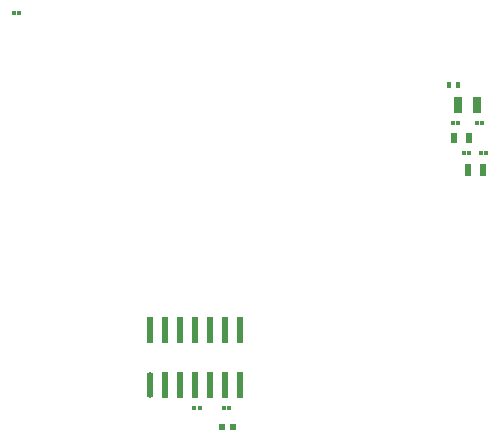
<source format=gtp>
G04*
G04 #@! TF.GenerationSoftware,Altium Limited,Altium Designer,19.1.5 (86)*
G04*
G04 Layer_Color=8421504*
%FSLAX25Y25*%
%MOIN*%
G70*
G01*
G75*
%ADD20R,0.01181X0.01299*%
%ADD21R,0.01575X0.02165*%
%ADD22O,0.02200X0.08600*%
%ADD23R,0.02200X0.08600*%
%ADD24R,0.02756X0.05709*%
%ADD25R,0.02165X0.02165*%
%ADD26R,0.01968X0.03937*%
%ADD27R,0.01968X0.03543*%
D20*
X-63327Y44094D02*
D03*
X-65020D02*
D03*
X5217Y-87795D02*
D03*
X6909D02*
D03*
X-3071D02*
D03*
X-4764D02*
D03*
X92579Y-2756D02*
D03*
X90886D02*
D03*
X86673D02*
D03*
X84980D02*
D03*
X91024Y7480D02*
D03*
X89331D02*
D03*
X81445D02*
D03*
X83126D02*
D03*
D21*
X80020Y20079D02*
D03*
X82972D02*
D03*
D22*
X-19724Y-80166D02*
D03*
D23*
X-14724D02*
D03*
X-9724D02*
D03*
X-4724D02*
D03*
X276D02*
D03*
X5276D02*
D03*
X10276D02*
D03*
Y-61566D02*
D03*
X5276D02*
D03*
X276D02*
D03*
X-4724D02*
D03*
X-9724D02*
D03*
X-14724D02*
D03*
X-19724D02*
D03*
D24*
X83169Y13386D02*
D03*
X89272D02*
D03*
D25*
X8071Y-94095D02*
D03*
X4528D02*
D03*
D26*
X86417Y-8268D02*
D03*
X91535D02*
D03*
D27*
X86811Y2362D02*
D03*
X81693D02*
D03*
M02*

</source>
